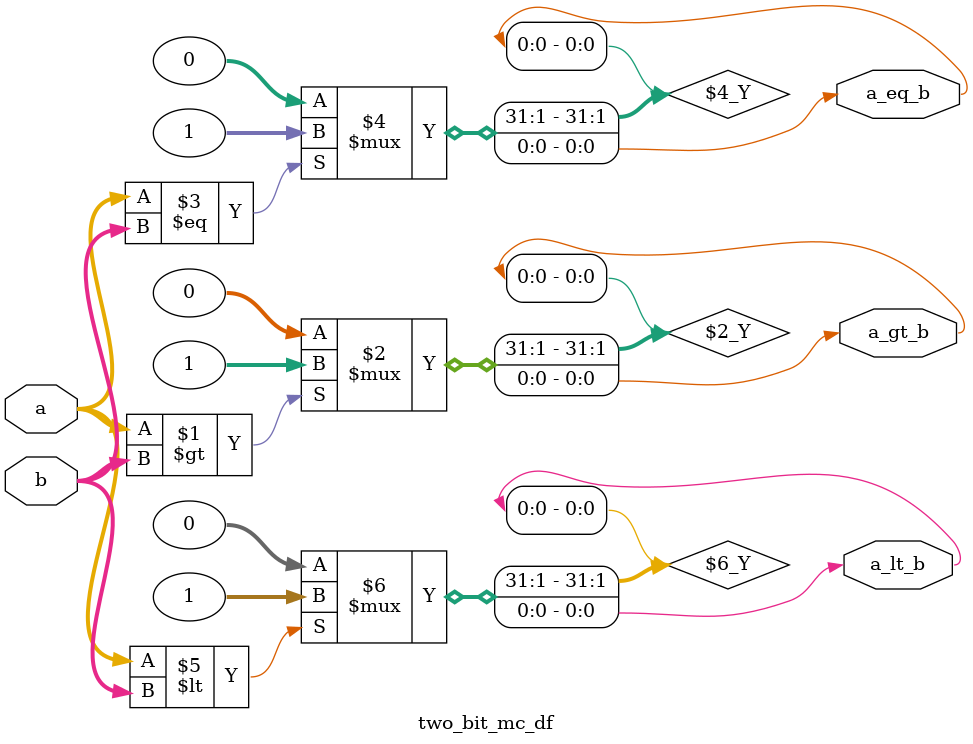
<source format=v>
`timescale 1ns / 1ps

module two_bit_mc_df(
    input  [1:0] a,
    input  [1:0] b,
    output       a_gt_b,
    output       a_eq_b,
    output       a_lt_b
);

    assign a_gt_b = (a > b) ? 1 : 0;
    assign a_eq_b = (a == b) ? 1 : 0;
    assign a_lt_b = (a < b) ? 1 : 0;

endmodule
</source>
